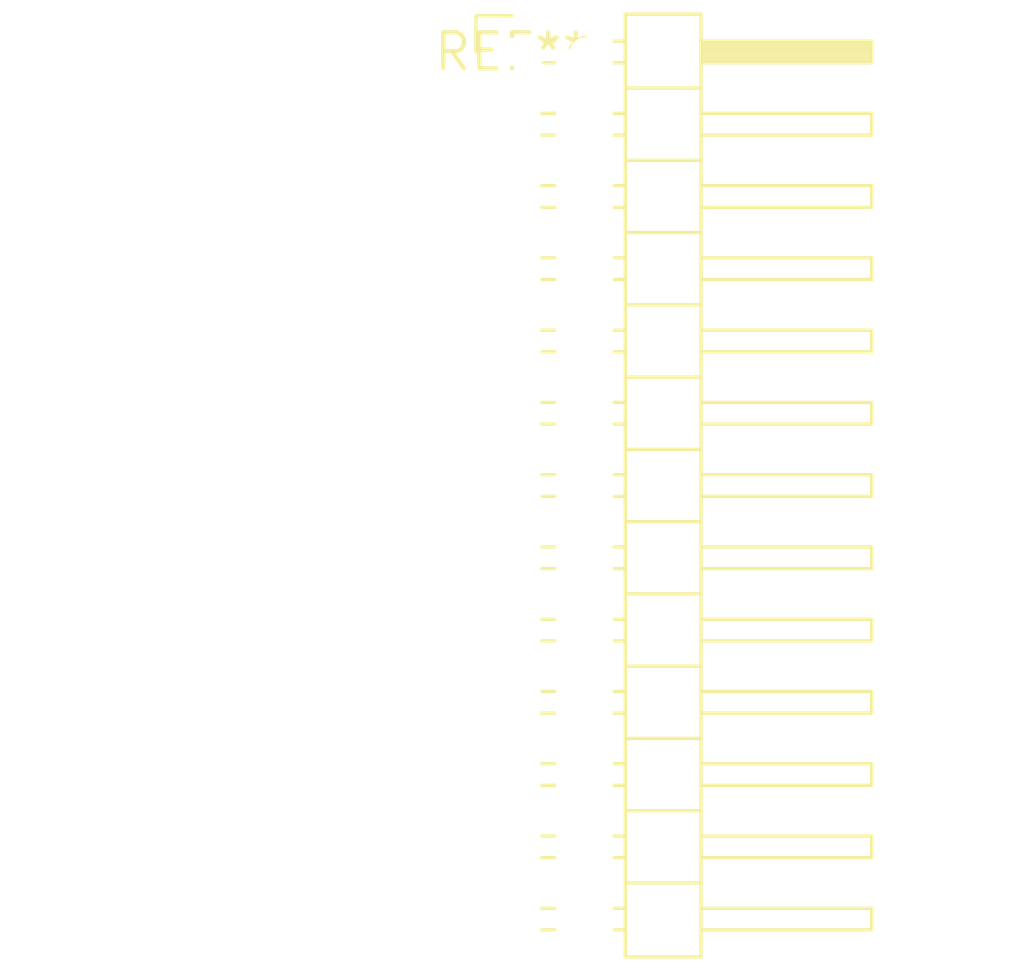
<source format=kicad_pcb>
(kicad_pcb (version 20240108) (generator pcbnew)
  (layers (0 "F.Cu" signal) (31 "B.Cu" signal) (34 "B.Paste" user) (35 "F.Paste" user) (36 "B.SilkS" user "B.Silkscreen") (37 "F.SilkS" user "F.Silkscreen") (38 "B.Mask" user) (39 "F.Mask" user) (44 "Edge.Cuts" user))
  (net 0 "")
  (footprint "PinHeader_2x13_P2.54mm_Horizontal" (layer "F.Cu") (at 0 0)
    (property "Reference" "REF**")
    (property "Value" "PinHeader_2x13_P2.54mm_Horizontal")
    (fp_line (start -1.27 -1.27) (end 0 -1.27) (layer "F.SilkS") (stroke (width 0.12)))
    (fp_line (start -1.27 0) (end -1.27 -1.27) (layer "F.SilkS") (stroke (width 0.12)))
    (fp_line (start 1.042929 2.16) (end 1.497071 2.16) (layer "F.SilkS") (stroke (width 0.12)))
    (fp_line (start 1.042929 2.92) (end 1.497071 2.92) (layer "F.SilkS") (stroke (width 0.12)))
    (fp_line (start 1.042929 4.7) (end 1.497071 4.7) (layer "F.SilkS") (stroke (width 0.12)))
    (fp_line (start 1.042929 5.46) (end 1.497071 5.46) (layer "F.SilkS") (stroke (width 0.12)))
    (fp_line (start 1.042929 7.24) (end 1.497071 7.24) (layer "F.SilkS") (stroke (width 0.12)))
    (fp_line (start 1.042929 8) (end 1.497071 8) (layer "F.SilkS") (stroke (width 0.12)))
    (fp_line (start 1.042929 9.78) (end 1.497071 9.78) (layer "F.SilkS") (stroke (width 0.12)))
    (fp_line (start 1.042929 10.54) (end 1.497071 10.54) (layer "F.SilkS") (stroke (width 0.12)))
    (fp_line (start 1.042929 12.32) (end 1.497071 12.32) (layer "F.SilkS") (stroke (width 0.12)))
    (fp_line (start 1.042929 13.08) (end 1.497071 13.08) (layer "F.SilkS") (stroke (width 0.12)))
    (fp_line (start 1.042929 14.86) (end 1.497071 14.86) (layer "F.SilkS") (stroke (width 0.12)))
    (fp_line (start 1.042929 15.62) (end 1.497071 15.62) (layer "F.SilkS") (stroke (width 0.12)))
    (fp_line (start 1.042929 17.4) (end 1.497071 17.4) (layer "F.SilkS") (stroke (width 0.12)))
    (fp_line (start 1.042929 18.16) (end 1.497071 18.16) (layer "F.SilkS") (stroke (width 0.12)))
    (fp_line (start 1.042929 19.94) (end 1.497071 19.94) (layer "F.SilkS") (stroke (width 0.12)))
    (fp_line (start 1.042929 20.7) (end 1.497071 20.7) (layer "F.SilkS") (stroke (width 0.12)))
    (fp_line (start 1.042929 22.48) (end 1.497071 22.48) (layer "F.SilkS") (stroke (width 0.12)))
    (fp_line (start 1.042929 23.24) (end 1.497071 23.24) (layer "F.SilkS") (stroke (width 0.12)))
    (fp_line (start 1.042929 25.02) (end 1.497071 25.02) (layer "F.SilkS") (stroke (width 0.12)))
    (fp_line (start 1.042929 25.78) (end 1.497071 25.78) (layer "F.SilkS") (stroke (width 0.12)))
    (fp_line (start 1.042929 27.56) (end 1.497071 27.56) (layer "F.SilkS") (stroke (width 0.12)))
    (fp_line (start 1.042929 28.32) (end 1.497071 28.32) (layer "F.SilkS") (stroke (width 0.12)))
    (fp_line (start 1.042929 30.1) (end 1.497071 30.1) (layer "F.SilkS") (stroke (width 0.12)))
    (fp_line (start 1.042929 30.86) (end 1.497071 30.86) (layer "F.SilkS") (stroke (width 0.12)))
    (fp_line (start 1.11 -0.38) (end 1.497071 -0.38) (layer "F.SilkS") (stroke (width 0.12)))
    (fp_line (start 1.11 0.38) (end 1.497071 0.38) (layer "F.SilkS") (stroke (width 0.12)))
    (fp_line (start 3.582929 -0.38) (end 3.98 -0.38) (layer "F.SilkS") (stroke (width 0.12)))
    (fp_line (start 3.582929 0.38) (end 3.98 0.38) (layer "F.SilkS") (stroke (width 0.12)))
    (fp_line (start 3.582929 2.16) (end 3.98 2.16) (layer "F.SilkS") (stroke (width 0.12)))
    (fp_line (start 3.582929 2.92) (end 3.98 2.92) (layer "F.SilkS") (stroke (width 0.12)))
    (fp_line (start 3.582929 4.7) (end 3.98 4.7) (layer "F.SilkS") (stroke (width 0.12)))
    (fp_line (start 3.582929 5.46) (end 3.98 5.46) (layer "F.SilkS") (stroke (width 0.12)))
    (fp_line (start 3.582929 7.24) (end 3.98 7.24) (layer "F.SilkS") (stroke (width 0.12)))
    (fp_line (start 3.582929 8) (end 3.98 8) (layer "F.SilkS") (stroke (width 0.12)))
    (fp_line (start 3.582929 9.78) (end 3.98 9.78) (layer "F.SilkS") (stroke (width 0.12)))
    (fp_line (start 3.582929 10.54) (end 3.98 10.54) (layer "F.SilkS") (stroke (width 0.12)))
    (fp_line (start 3.582929 12.32) (end 3.98 12.32) (layer "F.SilkS") (stroke (width 0.12)))
    (fp_line (start 3.582929 13.08) (end 3.98 13.08) (layer "F.SilkS") (stroke (width 0.12)))
    (fp_line (start 3.582929 14.86) (end 3.98 14.86) (layer "F.SilkS") (stroke (width 0.12)))
    (fp_line (start 3.582929 15.62) (end 3.98 15.62) (layer "F.SilkS") (stroke (width 0.12)))
    (fp_line (start 3.582929 17.4) (end 3.98 17.4) (layer "F.SilkS") (stroke (width 0.12)))
    (fp_line (start 3.582929 18.16) (end 3.98 18.16) (layer "F.SilkS") (stroke (width 0.12)))
    (fp_line (start 3.582929 19.94) (end 3.98 19.94) (layer "F.SilkS") (stroke (width 0.12)))
    (fp_line (start 3.582929 20.7) (end 3.98 20.7) (layer "F.SilkS") (stroke (width 0.12)))
    (fp_line (start 3.582929 22.48) (end 3.98 22.48) (layer "F.SilkS") (stroke (width 0.12)))
    (fp_line (start 3.582929 23.24) (end 3.98 23.24) (layer "F.SilkS") (stroke (width 0.12)))
    (fp_line (start 3.582929 25.02) (end 3.98 25.02) (layer "F.SilkS") (stroke (width 0.12)))
    (fp_line (start 3.582929 25.78) (end 3.98 25.78) (layer "F.SilkS") (stroke (width 0.12)))
    (fp_line (start 3.582929 27.56) (end 3.98 27.56) (layer "F.SilkS") (stroke (width 0.12)))
    (fp_line (start 3.582929 28.32) (end 3.98 28.32) (layer "F.SilkS") (stroke (width 0.12)))
    (fp_line (start 3.582929 30.1) (end 3.98 30.1) (layer "F.SilkS") (stroke (width 0.12)))
    (fp_line (start 3.582929 30.86) (end 3.98 30.86) (layer "F.SilkS") (stroke (width 0.12)))
    (fp_line (start 3.98 -1.33) (end 3.98 31.81) (layer "F.SilkS") (stroke (width 0.12)))
    (fp_line (start 3.98 1.27) (end 6.64 1.27) (layer "F.SilkS") (stroke (width 0.12)))
    (fp_line (start 3.98 3.81) (end 6.64 3.81) (layer "F.SilkS") (stroke (width 0.12)))
    (fp_line (start 3.98 6.35) (end 6.64 6.35) (layer "F.SilkS") (stroke (width 0.12)))
    (fp_line (start 3.98 8.89) (end 6.64 8.89) (layer "F.SilkS") (stroke (width 0.12)))
    (fp_line (start 3.98 11.43) (end 6.64 11.43) (layer "F.SilkS") (stroke (width 0.12)))
    (fp_line (start 3.98 13.97) (end 6.64 13.97) (layer "F.SilkS") (stroke (width 0.12)))
    (fp_line (start 3.98 16.51) (end 6.64 16.51) (layer "F.SilkS") (stroke (width 0.12)))
    (fp_line (start 3.98 19.05) (end 6.64 19.05) (layer "F.SilkS") (stroke (width 0.12)))
    (fp_line (start 3.98 21.59) (end 6.64 21.59) (layer "F.SilkS") (stroke (width 0.12)))
    (fp_line (start 3.98 24.13) (end 6.64 24.13) (layer "F.SilkS") (stroke (width 0.12)))
    (fp_line (start 3.98 26.67) (end 6.64 26.67) (layer "F.SilkS") (stroke (width 0.12)))
    (fp_line (start 3.98 29.21) (end 6.64 29.21) (layer "F.SilkS") (stroke (width 0.12)))
    (fp_line (start 3.98 31.81) (end 6.64 31.81) (layer "F.SilkS") (stroke (width 0.12)))
    (fp_line (start 6.64 -1.33) (end 3.98 -1.33) (layer "F.SilkS") (stroke (width 0.12)))
    (fp_line (start 6.64 -0.38) (end 12.64 -0.38) (layer "F.SilkS") (stroke (width 0.12)))
    (fp_line (start 6.64 -0.32) (end 12.64 -0.32) (layer "F.SilkS") (stroke (width 0.12)))
    (fp_line (start 6.64 -0.2) (end 12.64 -0.2) (layer "F.SilkS") (stroke (width 0.12)))
    (fp_line (start 6.64 -0.08) (end 12.64 -0.08) (layer "F.SilkS") (stroke (width 0.12)))
    (fp_line (start 6.64 0.04) (end 12.64 0.04) (layer "F.SilkS") (stroke (width 0.12)))
    (fp_line (start 6.64 0.16) (end 12.64 0.16) (layer "F.SilkS") (stroke (width 0.12)))
    (fp_line (start 6.64 0.28) (end 12.64 0.28) (layer "F.SilkS") (stroke (width 0.12)))
    (fp_line (start 6.64 2.16) (end 12.64 2.16) (layer "F.SilkS") (stroke (width 0.12)))
    (fp_line (start 6.64 4.7) (end 12.64 4.7) (layer "F.SilkS") (stroke (width 0.12)))
    (fp_line (start 6.64 7.24) (end 12.64 7.24) (layer "F.SilkS") (stroke (width 0.12)))
    (fp_line (start 6.64 9.78) (end 12.64 9.78) (layer "F.SilkS") (stroke (width 0.12)))
    (fp_line (start 6.64 12.32) (end 12.64 12.32) (layer "F.SilkS") (stroke (width 0.12)))
    (fp_line (start 6.64 14.86) (end 12.64 14.86) (layer "F.SilkS") (stroke (width 0.12)))
    (fp_line (start 6.64 17.4) (end 12.64 17.4) (layer "F.SilkS") (stroke (width 0.12)))
    (fp_line (start 6.64 19.94) (end 12.64 19.94) (layer "F.SilkS") (stroke (width 0.12)))
    (fp_line (start 6.64 22.48) (end 12.64 22.48) (layer "F.SilkS") (stroke (width 0.12)))
    (fp_line (start 6.64 25.02) (end 12.64 25.02) (layer "F.SilkS") (stroke (width 0.12)))
    (fp_line (start 6.64 27.56) (end 12.64 27.56) (layer "F.SilkS") (stroke (width 0.12)))
    (fp_line (start 6.64 30.1) (end 12.64 30.1) (layer "F.SilkS") (stroke (width 0.12)))
    (fp_line (start 6.64 31.81) (end 6.64 -1.33) (layer "F.SilkS") (stroke (width 0.12)))
    (fp_line (start 12.64 -0.38) (end 12.64 0.38) (layer "F.SilkS") (stroke (width 0.12)))
    (fp_line (start 12.64 0.38) (end 6.64 0.38) (layer "F.SilkS") (stroke (width 0.12)))
    (fp_line (start 12.64 2.16) (end 12.64 2.92) (layer "F.SilkS") (stroke (width 0.12)))
    (fp_line (start 12.64 2.92) (end 6.64 2.92) (layer "F.SilkS") (stroke (width 0.12)))
    (fp_line (start 12.64 4.7) (end 12.64 5.46) (layer "F.SilkS") (stroke (width 0.12)))
    (fp_line (start 12.64 5.46) (end 6.64 5.46) (layer "F.SilkS") (stroke (width 0.12)))
    (fp_line (start 12.64 7.24) (end 12.64 8) (layer "F.SilkS") (stroke (width 0.12)))
    (fp_line (start 12.64 8) (end 6.64 8) (layer "F.SilkS") (stroke (width 0.12)))
    (fp_line (start 12.64 9.78) (end 12.64 10.54) (layer "F.SilkS") (stroke (width 0.12)))
    (fp_line (start 12.64 10.54) (end 6.64 10.54) (layer "F.SilkS") (stroke (width 0.12)))
    (fp_line (start 12.64 12.32) (end 12.64 13.08) (layer "F.SilkS") (stroke (width 0.12)))
    (fp_line (start 12.64 13.08) (end 6.64 13.08) (layer "F.SilkS") (stroke (width 0.12)))
    (fp_line (start 12.64 14.86) (end 12.64 15.62) (layer "F.SilkS") (stroke (width 0.12)))
    (fp_line (start 12.64 15.62) (end 6.64 15.62) (layer "F.SilkS") (stroke (width 0.12)))
    (fp_line (start 12.64 17.4) (end 12.64 18.16) (layer "F.SilkS") (stroke (width 0.12)))
    (fp_line (start 12.64 18.16) (end 6.64 18.16) (layer "F.SilkS") (stroke (width 0.12)))
    (fp_line (start 12.64 19.94) (end 12.64 20.7) (layer "F.SilkS") (stroke (width 0.12)))
    (fp_line (start 12.64 20.7) (end 6.64 20.7) (layer "F.SilkS") (stroke (width 0.12)))
    (fp_line (start 12.64 22.48) (end 12.64 23.24) (layer "F.SilkS") (stroke (width 0.12)))
    (fp_line (start 12.64 23.24) (end 6.64 23.24) (layer "F.SilkS") (stroke (width 0.12)))
    (fp_line (start 12.64 25.02) (end 12.64 25.78) (layer "F.SilkS") (stroke (width 0.12)))
    (fp_line (start 12.64 25.78) (end 6.64 25.78) (layer "F.SilkS") (stroke (width 0.12)))
    (fp_line (start 12.64 27.56) (end 12.64 28.32) (layer "F.SilkS") (stroke (width 0.12)))
    (fp_line (start 12.64 28.32) (end 6.64 28.32) (layer "F.SilkS") (stroke (width 0.12)))
    (fp_line (start 12.64 30.1) (end 12.64 30.86) (layer "F.SilkS") (stroke (width 0.12)))
    (fp_line (start 12.64 30.86) (end 6.64 30.86) (layer "F.SilkS") (stroke (width 0.12)))
    (pad "1" thru_hole rect (at 0 0) (size 1.7 1.7) (drill 1) (layers *.Cu *.Mask) (remove_unused_layers))
    (pad "2" thru_hole oval (at 2.54 0) (size 1.7 1.7) (drill 1) (layers *.Cu *.Mask) (remove_unused_layers))
    (pad "3" thru_hole oval (at 0 2.54) (size 1.7 1.7) (drill 1) (layers *.Cu *.Mask) (remove_unused_layers))
    (pad "4" thru_hole oval (at 2.54 2.54) (size 1.7 1.7) (drill 1) (layers *.Cu *.Mask) (remove_unused_layers))
    (pad "5" thru_hole oval (at 0 5.08) (size 1.7 1.7) (drill 1) (layers *.Cu *.Mask) (remove_unused_layers))
    (pad "6" thru_hole oval (at 2.54 5.08) (size 1.7 1.7) (drill 1) (layers *.Cu *.Mask) (remove_unused_layers))
    (pad "7" thru_hole oval (at 0 7.62) (size 1.7 1.7) (drill 1) (layers *.Cu *.Mask) (remove_unused_layers))
    (pad "8" thru_hole oval (at 2.54 7.62) (size 1.7 1.7) (drill 1) (layers *.Cu *.Mask) (remove_unused_layers))
    (pad "9" thru_hole oval (at 0 10.16) (size 1.7 1.7) (drill 1) (layers *.Cu *.Mask) (remove_unused_layers))
    (pad "10" thru_hole oval (at 2.54 10.16) (size 1.7 1.7) (drill 1) (layers *.Cu *.Mask) (remove_unused_layers))
    (pad "11" thru_hole oval (at 0 12.7) (size 1.7 1.7) (drill 1) (layers *.Cu *.Mask) (remove_unused_layers))
    (pad "12" thru_hole oval (at 2.54 12.7) (size 1.7 1.7) (drill 1) (layers *.Cu *.Mask) (remove_unused_layers))
    (pad "13" thru_hole oval (at 0 15.24) (size 1.7 1.7) (drill 1) (layers *.Cu *.Mask) (remove_unused_layers))
    (pad "14" thru_hole oval (at 2.54 15.24) (size 1.7 1.7) (drill 1) (layers *.Cu *.Mask) (remove_unused_layers))
    (pad "15" thru_hole oval (at 0 17.78) (size 1.7 1.7) (drill 1) (layers *.Cu *.Mask) (remove_unused_layers))
    (pad "16" thru_hole oval (at 2.54 17.78) (size 1.7 1.7) (drill 1) (layers *.Cu *.Mask) (remove_unused_layers))
    (pad "17" thru_hole oval (at 0 20.32) (size 1.7 1.7) (drill 1) (layers *.Cu *.Mask) (remove_unused_layers))
    (pad "18" thru_hole oval (at 2.54 20.32) (size 1.7 1.7) (drill 1) (layers *.Cu *.Mask) (remove_unused_layers))
    (pad "19" thru_hole oval (at 0 22.86) (size 1.7 1.7) (drill 1) (layers *.Cu *.Mask) (remove_unused_layers))
    (pad "20" thru_hole oval (at 2.54 22.86) (size 1.7 1.7) (drill 1) (layers *.Cu *.Mask) (remove_unused_layers))
    (pad "21" thru_hole oval (at 0 25.4) (size 1.7 1.7) (drill 1) (layers *.Cu *.Mask) (remove_unused_layers))
    (pad "22" thru_hole oval (at 2.54 25.4) (size 1.7 1.7) (drill 1) (layers *.Cu *.Mask) (remove_unused_layers))
    (pad "23" thru_hole oval (at 0 27.94) (size 1.7 1.7) (drill 1) (layers *.Cu *.Mask) (remove_unused_layers))
    (pad "24" thru_hole oval (at 2.54 27.94) (size 1.7 1.7) (drill 1) (layers *.Cu *.Mask) (remove_unused_layers))
    (pad "25" thru_hole oval (at 0 30.48) (size 1.7 1.7) (drill 1) (layers *.Cu *.Mask) (remove_unused_layers))
    (pad "26" thru_hole oval (at 2.54 30.48) (size 1.7 1.7) (drill 1) (layers *.Cu *.Mask) (remove_unused_layers))
  )
)
</source>
